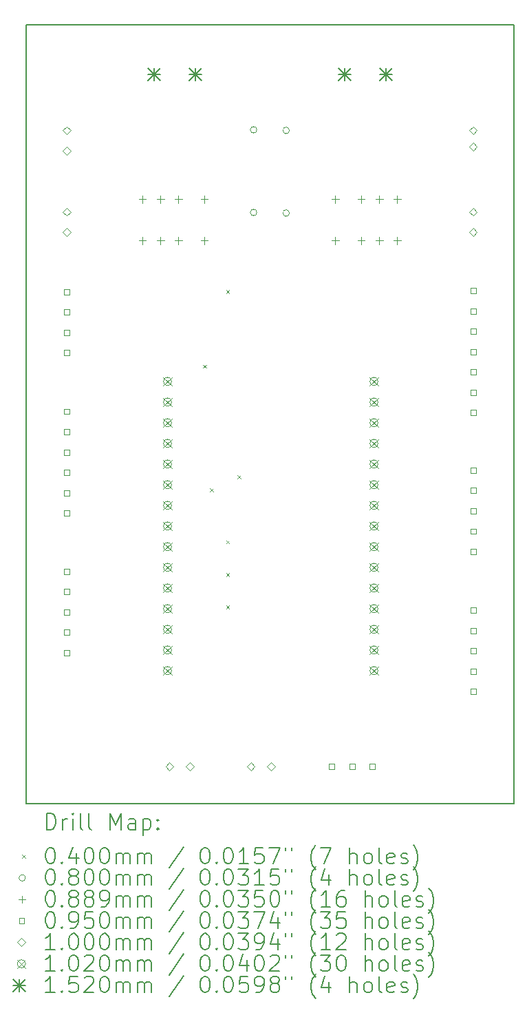
<source format=gbr>
%FSLAX45Y45*%
G04 Gerber Fmt 4.5, Leading zero omitted, Abs format (unit mm)*
G04 Created by KiCad (PCBNEW (6.0.4-0)) date 2022-08-24 21:14:19*
%MOMM*%
%LPD*%
G01*
G04 APERTURE LIST*
%TA.AperFunction,Profile*%
%ADD10C,0.150000*%
%TD*%
%ADD11C,0.200000*%
%ADD12C,0.040000*%
%ADD13C,0.080000*%
%ADD14C,0.088900*%
%ADD15C,0.095000*%
%ADD16C,0.100000*%
%ADD17C,0.102000*%
%ADD18C,0.152000*%
G04 APERTURE END LIST*
D10*
X12000000Y-5000000D02*
X18000000Y-5000000D01*
X12000000Y-14578000D02*
X12000000Y-5000000D01*
X18000000Y-14578000D02*
X12000000Y-14578000D01*
X18000000Y-5000000D02*
X18000000Y-14578000D01*
D11*
D12*
X14180000Y-9180000D02*
X14220000Y-9220000D01*
X14220000Y-9180000D02*
X14180000Y-9220000D01*
X14260000Y-10700000D02*
X14300000Y-10740000D01*
X14300000Y-10700000D02*
X14260000Y-10740000D01*
X14460000Y-8260000D02*
X14500000Y-8300000D01*
X14500000Y-8260000D02*
X14460000Y-8300000D01*
X14460000Y-11340000D02*
X14500000Y-11380000D01*
X14500000Y-11340000D02*
X14460000Y-11380000D01*
X14460000Y-11740000D02*
X14500000Y-11780000D01*
X14500000Y-11740000D02*
X14460000Y-11780000D01*
X14460000Y-12140000D02*
X14500000Y-12180000D01*
X14500000Y-12140000D02*
X14460000Y-12180000D01*
X14600000Y-10540000D02*
X14640000Y-10580000D01*
X14640000Y-10540000D02*
X14600000Y-10580000D01*
D13*
X14840000Y-6292000D02*
G75*
G03*
X14840000Y-6292000I-40000J0D01*
G01*
X14840000Y-7308000D02*
G75*
G03*
X14840000Y-7308000I-40000J0D01*
G01*
X15240000Y-6300000D02*
G75*
G03*
X15240000Y-6300000I-40000J0D01*
G01*
X15240000Y-7316000D02*
G75*
G03*
X15240000Y-7316000I-40000J0D01*
G01*
D14*
X13432970Y-7101550D02*
X13432970Y-7190450D01*
X13388520Y-7146000D02*
X13477420Y-7146000D01*
X13432970Y-7609550D02*
X13432970Y-7698450D01*
X13388520Y-7654000D02*
X13477420Y-7654000D01*
X13653950Y-7101550D02*
X13653950Y-7190450D01*
X13609500Y-7146000D02*
X13698400Y-7146000D01*
X13653950Y-7609550D02*
X13653950Y-7698450D01*
X13609500Y-7654000D02*
X13698400Y-7654000D01*
X13874930Y-7101550D02*
X13874930Y-7190450D01*
X13830480Y-7146000D02*
X13919380Y-7146000D01*
X13874930Y-7609550D02*
X13874930Y-7698450D01*
X13830480Y-7654000D02*
X13919380Y-7654000D01*
X14194970Y-7101550D02*
X14194970Y-7190450D01*
X14150520Y-7146000D02*
X14239420Y-7146000D01*
X14194970Y-7609550D02*
X14194970Y-7698450D01*
X14150520Y-7654000D02*
X14239420Y-7654000D01*
X15805030Y-7101550D02*
X15805030Y-7190450D01*
X15760580Y-7146000D02*
X15849480Y-7146000D01*
X15805030Y-7609550D02*
X15805030Y-7698450D01*
X15760580Y-7654000D02*
X15849480Y-7654000D01*
X16125070Y-7101550D02*
X16125070Y-7190450D01*
X16080620Y-7146000D02*
X16169520Y-7146000D01*
X16125070Y-7609550D02*
X16125070Y-7698450D01*
X16080620Y-7654000D02*
X16169520Y-7654000D01*
X16346050Y-7101550D02*
X16346050Y-7190450D01*
X16301600Y-7146000D02*
X16390500Y-7146000D01*
X16346050Y-7609550D02*
X16346050Y-7698450D01*
X16301600Y-7654000D02*
X16390500Y-7654000D01*
X16567030Y-7101550D02*
X16567030Y-7190450D01*
X16522580Y-7146000D02*
X16611480Y-7146000D01*
X16567030Y-7609550D02*
X16567030Y-7698450D01*
X16522580Y-7654000D02*
X16611480Y-7654000D01*
D15*
X12533588Y-8318588D02*
X12533588Y-8251412D01*
X12466412Y-8251412D01*
X12466412Y-8318588D01*
X12533588Y-8318588D01*
X12533588Y-8568588D02*
X12533588Y-8501412D01*
X12466412Y-8501412D01*
X12466412Y-8568588D01*
X12533588Y-8568588D01*
X12533588Y-8818588D02*
X12533588Y-8751412D01*
X12466412Y-8751412D01*
X12466412Y-8818588D01*
X12533588Y-8818588D01*
X12533588Y-9068588D02*
X12533588Y-9001412D01*
X12466412Y-9001412D01*
X12466412Y-9068588D01*
X12533588Y-9068588D01*
X12533588Y-9788588D02*
X12533588Y-9721412D01*
X12466412Y-9721412D01*
X12466412Y-9788588D01*
X12533588Y-9788588D01*
X12533588Y-10038588D02*
X12533588Y-9971412D01*
X12466412Y-9971412D01*
X12466412Y-10038588D01*
X12533588Y-10038588D01*
X12533588Y-10288588D02*
X12533588Y-10221412D01*
X12466412Y-10221412D01*
X12466412Y-10288588D01*
X12533588Y-10288588D01*
X12533588Y-10538588D02*
X12533588Y-10471412D01*
X12466412Y-10471412D01*
X12466412Y-10538588D01*
X12533588Y-10538588D01*
X12533588Y-10788588D02*
X12533588Y-10721412D01*
X12466412Y-10721412D01*
X12466412Y-10788588D01*
X12533588Y-10788588D01*
X12533588Y-11038588D02*
X12533588Y-10971412D01*
X12466412Y-10971412D01*
X12466412Y-11038588D01*
X12533588Y-11038588D01*
X12533588Y-11753588D02*
X12533588Y-11686412D01*
X12466412Y-11686412D01*
X12466412Y-11753588D01*
X12533588Y-11753588D01*
X12533588Y-12003588D02*
X12533588Y-11936412D01*
X12466412Y-11936412D01*
X12466412Y-12003588D01*
X12533588Y-12003588D01*
X12533588Y-12253588D02*
X12533588Y-12186412D01*
X12466412Y-12186412D01*
X12466412Y-12253588D01*
X12533588Y-12253588D01*
X12533588Y-12503588D02*
X12533588Y-12436412D01*
X12466412Y-12436412D01*
X12466412Y-12503588D01*
X12533588Y-12503588D01*
X12533588Y-12753588D02*
X12533588Y-12686412D01*
X12466412Y-12686412D01*
X12466412Y-12753588D01*
X12533588Y-12753588D01*
X15793588Y-14153588D02*
X15793588Y-14086412D01*
X15726412Y-14086412D01*
X15726412Y-14153588D01*
X15793588Y-14153588D01*
X16043588Y-14153588D02*
X16043588Y-14086412D01*
X15976412Y-14086412D01*
X15976412Y-14153588D01*
X16043588Y-14153588D01*
X16293588Y-14153588D02*
X16293588Y-14086412D01*
X16226412Y-14086412D01*
X16226412Y-14153588D01*
X16293588Y-14153588D01*
X17533588Y-8303588D02*
X17533588Y-8236412D01*
X17466412Y-8236412D01*
X17466412Y-8303588D01*
X17533588Y-8303588D01*
X17533588Y-8553588D02*
X17533588Y-8486412D01*
X17466412Y-8486412D01*
X17466412Y-8553588D01*
X17533588Y-8553588D01*
X17533588Y-8803588D02*
X17533588Y-8736412D01*
X17466412Y-8736412D01*
X17466412Y-8803588D01*
X17533588Y-8803588D01*
X17533588Y-9053588D02*
X17533588Y-8986412D01*
X17466412Y-8986412D01*
X17466412Y-9053588D01*
X17533588Y-9053588D01*
X17533588Y-9303588D02*
X17533588Y-9236412D01*
X17466412Y-9236412D01*
X17466412Y-9303588D01*
X17533588Y-9303588D01*
X17533588Y-9553588D02*
X17533588Y-9486412D01*
X17466412Y-9486412D01*
X17466412Y-9553588D01*
X17533588Y-9553588D01*
X17533588Y-9803588D02*
X17533588Y-9736412D01*
X17466412Y-9736412D01*
X17466412Y-9803588D01*
X17533588Y-9803588D01*
X17533588Y-10511588D02*
X17533588Y-10444412D01*
X17466412Y-10444412D01*
X17466412Y-10511588D01*
X17533588Y-10511588D01*
X17533588Y-10761588D02*
X17533588Y-10694412D01*
X17466412Y-10694412D01*
X17466412Y-10761588D01*
X17533588Y-10761588D01*
X17533588Y-11011588D02*
X17533588Y-10944412D01*
X17466412Y-10944412D01*
X17466412Y-11011588D01*
X17533588Y-11011588D01*
X17533588Y-11261588D02*
X17533588Y-11194412D01*
X17466412Y-11194412D01*
X17466412Y-11261588D01*
X17533588Y-11261588D01*
X17533588Y-11511588D02*
X17533588Y-11444412D01*
X17466412Y-11444412D01*
X17466412Y-11511588D01*
X17533588Y-11511588D01*
X17533588Y-12233588D02*
X17533588Y-12166412D01*
X17466412Y-12166412D01*
X17466412Y-12233588D01*
X17533588Y-12233588D01*
X17533588Y-12483588D02*
X17533588Y-12416412D01*
X17466412Y-12416412D01*
X17466412Y-12483588D01*
X17533588Y-12483588D01*
X17533588Y-12733588D02*
X17533588Y-12666412D01*
X17466412Y-12666412D01*
X17466412Y-12733588D01*
X17533588Y-12733588D01*
X17533588Y-12983588D02*
X17533588Y-12916412D01*
X17466412Y-12916412D01*
X17466412Y-12983588D01*
X17533588Y-12983588D01*
X17533588Y-13233588D02*
X17533588Y-13166412D01*
X17466412Y-13166412D01*
X17466412Y-13233588D01*
X17533588Y-13233588D01*
D16*
X12500000Y-6350000D02*
X12550000Y-6300000D01*
X12500000Y-6250000D01*
X12450000Y-6300000D01*
X12500000Y-6350000D01*
X12500000Y-6600000D02*
X12550000Y-6550000D01*
X12500000Y-6500000D01*
X12450000Y-6550000D01*
X12500000Y-6600000D01*
X12500000Y-7350000D02*
X12550000Y-7300000D01*
X12500000Y-7250000D01*
X12450000Y-7300000D01*
X12500000Y-7350000D01*
X12500000Y-7600000D02*
X12550000Y-7550000D01*
X12500000Y-7500000D01*
X12450000Y-7550000D01*
X12500000Y-7600000D01*
X13765000Y-14170000D02*
X13815000Y-14120000D01*
X13765000Y-14070000D01*
X13715000Y-14120000D01*
X13765000Y-14170000D01*
X14015000Y-14170000D02*
X14065000Y-14120000D01*
X14015000Y-14070000D01*
X13965000Y-14120000D01*
X14015000Y-14170000D01*
X14765000Y-14170000D02*
X14815000Y-14120000D01*
X14765000Y-14070000D01*
X14715000Y-14120000D01*
X14765000Y-14170000D01*
X15015000Y-14170000D02*
X15065000Y-14120000D01*
X15015000Y-14070000D01*
X14965000Y-14120000D01*
X15015000Y-14170000D01*
X17500000Y-6350000D02*
X17550000Y-6300000D01*
X17500000Y-6250000D01*
X17450000Y-6300000D01*
X17500000Y-6350000D01*
X17500000Y-6550000D02*
X17550000Y-6500000D01*
X17500000Y-6450000D01*
X17450000Y-6500000D01*
X17500000Y-6550000D01*
X17500000Y-7350000D02*
X17550000Y-7300000D01*
X17500000Y-7250000D01*
X17450000Y-7300000D01*
X17500000Y-7350000D01*
X17500000Y-7600000D02*
X17550000Y-7550000D01*
X17500000Y-7500000D01*
X17450000Y-7550000D01*
X17500000Y-7600000D01*
D17*
X13689000Y-9334750D02*
X13791000Y-9436750D01*
X13791000Y-9334750D02*
X13689000Y-9436750D01*
X13791000Y-9385750D02*
G75*
G03*
X13791000Y-9385750I-51000J0D01*
G01*
X13689000Y-9588750D02*
X13791000Y-9690750D01*
X13791000Y-9588750D02*
X13689000Y-9690750D01*
X13791000Y-9639750D02*
G75*
G03*
X13791000Y-9639750I-51000J0D01*
G01*
X13689000Y-9842750D02*
X13791000Y-9944750D01*
X13791000Y-9842750D02*
X13689000Y-9944750D01*
X13791000Y-9893750D02*
G75*
G03*
X13791000Y-9893750I-51000J0D01*
G01*
X13689000Y-10096750D02*
X13791000Y-10198750D01*
X13791000Y-10096750D02*
X13689000Y-10198750D01*
X13791000Y-10147750D02*
G75*
G03*
X13791000Y-10147750I-51000J0D01*
G01*
X13689000Y-10350750D02*
X13791000Y-10452750D01*
X13791000Y-10350750D02*
X13689000Y-10452750D01*
X13791000Y-10401750D02*
G75*
G03*
X13791000Y-10401750I-51000J0D01*
G01*
X13689000Y-10604750D02*
X13791000Y-10706750D01*
X13791000Y-10604750D02*
X13689000Y-10706750D01*
X13791000Y-10655750D02*
G75*
G03*
X13791000Y-10655750I-51000J0D01*
G01*
X13689000Y-10858750D02*
X13791000Y-10960750D01*
X13791000Y-10858750D02*
X13689000Y-10960750D01*
X13791000Y-10909750D02*
G75*
G03*
X13791000Y-10909750I-51000J0D01*
G01*
X13689000Y-11112750D02*
X13791000Y-11214750D01*
X13791000Y-11112750D02*
X13689000Y-11214750D01*
X13791000Y-11163750D02*
G75*
G03*
X13791000Y-11163750I-51000J0D01*
G01*
X13689000Y-11366750D02*
X13791000Y-11468750D01*
X13791000Y-11366750D02*
X13689000Y-11468750D01*
X13791000Y-11417750D02*
G75*
G03*
X13791000Y-11417750I-51000J0D01*
G01*
X13689000Y-11620750D02*
X13791000Y-11722750D01*
X13791000Y-11620750D02*
X13689000Y-11722750D01*
X13791000Y-11671750D02*
G75*
G03*
X13791000Y-11671750I-51000J0D01*
G01*
X13689000Y-11874750D02*
X13791000Y-11976750D01*
X13791000Y-11874750D02*
X13689000Y-11976750D01*
X13791000Y-11925750D02*
G75*
G03*
X13791000Y-11925750I-51000J0D01*
G01*
X13689000Y-12128750D02*
X13791000Y-12230750D01*
X13791000Y-12128750D02*
X13689000Y-12230750D01*
X13791000Y-12179750D02*
G75*
G03*
X13791000Y-12179750I-51000J0D01*
G01*
X13689000Y-12382750D02*
X13791000Y-12484750D01*
X13791000Y-12382750D02*
X13689000Y-12484750D01*
X13791000Y-12433750D02*
G75*
G03*
X13791000Y-12433750I-51000J0D01*
G01*
X13689000Y-12636750D02*
X13791000Y-12738750D01*
X13791000Y-12636750D02*
X13689000Y-12738750D01*
X13791000Y-12687750D02*
G75*
G03*
X13791000Y-12687750I-51000J0D01*
G01*
X13689000Y-12890750D02*
X13791000Y-12992750D01*
X13791000Y-12890750D02*
X13689000Y-12992750D01*
X13791000Y-12941750D02*
G75*
G03*
X13791000Y-12941750I-51000J0D01*
G01*
X16229000Y-9334750D02*
X16331000Y-9436750D01*
X16331000Y-9334750D02*
X16229000Y-9436750D01*
X16331000Y-9385750D02*
G75*
G03*
X16331000Y-9385750I-51000J0D01*
G01*
X16229000Y-9588750D02*
X16331000Y-9690750D01*
X16331000Y-9588750D02*
X16229000Y-9690750D01*
X16331000Y-9639750D02*
G75*
G03*
X16331000Y-9639750I-51000J0D01*
G01*
X16229000Y-9842750D02*
X16331000Y-9944750D01*
X16331000Y-9842750D02*
X16229000Y-9944750D01*
X16331000Y-9893750D02*
G75*
G03*
X16331000Y-9893750I-51000J0D01*
G01*
X16229000Y-10096750D02*
X16331000Y-10198750D01*
X16331000Y-10096750D02*
X16229000Y-10198750D01*
X16331000Y-10147750D02*
G75*
G03*
X16331000Y-10147750I-51000J0D01*
G01*
X16229000Y-10350750D02*
X16331000Y-10452750D01*
X16331000Y-10350750D02*
X16229000Y-10452750D01*
X16331000Y-10401750D02*
G75*
G03*
X16331000Y-10401750I-51000J0D01*
G01*
X16229000Y-10604750D02*
X16331000Y-10706750D01*
X16331000Y-10604750D02*
X16229000Y-10706750D01*
X16331000Y-10655750D02*
G75*
G03*
X16331000Y-10655750I-51000J0D01*
G01*
X16229000Y-10858750D02*
X16331000Y-10960750D01*
X16331000Y-10858750D02*
X16229000Y-10960750D01*
X16331000Y-10909750D02*
G75*
G03*
X16331000Y-10909750I-51000J0D01*
G01*
X16229000Y-11112750D02*
X16331000Y-11214750D01*
X16331000Y-11112750D02*
X16229000Y-11214750D01*
X16331000Y-11163750D02*
G75*
G03*
X16331000Y-11163750I-51000J0D01*
G01*
X16229000Y-11366750D02*
X16331000Y-11468750D01*
X16331000Y-11366750D02*
X16229000Y-11468750D01*
X16331000Y-11417750D02*
G75*
G03*
X16331000Y-11417750I-51000J0D01*
G01*
X16229000Y-11620750D02*
X16331000Y-11722750D01*
X16331000Y-11620750D02*
X16229000Y-11722750D01*
X16331000Y-11671750D02*
G75*
G03*
X16331000Y-11671750I-51000J0D01*
G01*
X16229000Y-11874750D02*
X16331000Y-11976750D01*
X16331000Y-11874750D02*
X16229000Y-11976750D01*
X16331000Y-11925750D02*
G75*
G03*
X16331000Y-11925750I-51000J0D01*
G01*
X16229000Y-12128750D02*
X16331000Y-12230750D01*
X16331000Y-12128750D02*
X16229000Y-12230750D01*
X16331000Y-12179750D02*
G75*
G03*
X16331000Y-12179750I-51000J0D01*
G01*
X16229000Y-12382750D02*
X16331000Y-12484750D01*
X16331000Y-12382750D02*
X16229000Y-12484750D01*
X16331000Y-12433750D02*
G75*
G03*
X16331000Y-12433750I-51000J0D01*
G01*
X16229000Y-12636750D02*
X16331000Y-12738750D01*
X16331000Y-12636750D02*
X16229000Y-12738750D01*
X16331000Y-12687750D02*
G75*
G03*
X16331000Y-12687750I-51000J0D01*
G01*
X16229000Y-12890750D02*
X16331000Y-12992750D01*
X16331000Y-12890750D02*
X16229000Y-12992750D01*
X16331000Y-12941750D02*
G75*
G03*
X16331000Y-12941750I-51000J0D01*
G01*
D18*
X13496667Y-5536000D02*
X13648667Y-5688000D01*
X13648667Y-5536000D02*
X13496667Y-5688000D01*
X13572667Y-5536000D02*
X13572667Y-5688000D01*
X13496667Y-5612000D02*
X13648667Y-5612000D01*
X14004667Y-5536000D02*
X14156667Y-5688000D01*
X14156667Y-5536000D02*
X14004667Y-5688000D01*
X14080667Y-5536000D02*
X14080667Y-5688000D01*
X14004667Y-5612000D02*
X14156667Y-5612000D01*
X15843333Y-5536000D02*
X15995333Y-5688000D01*
X15995333Y-5536000D02*
X15843333Y-5688000D01*
X15919333Y-5536000D02*
X15919333Y-5688000D01*
X15843333Y-5612000D02*
X15995333Y-5612000D01*
X16351333Y-5536000D02*
X16503333Y-5688000D01*
X16503333Y-5536000D02*
X16351333Y-5688000D01*
X16427333Y-5536000D02*
X16427333Y-5688000D01*
X16351333Y-5612000D02*
X16503333Y-5612000D01*
D11*
X12250119Y-14895976D02*
X12250119Y-14695976D01*
X12297738Y-14695976D01*
X12326309Y-14705500D01*
X12345357Y-14724548D01*
X12354881Y-14743595D01*
X12364405Y-14781690D01*
X12364405Y-14810262D01*
X12354881Y-14848357D01*
X12345357Y-14867405D01*
X12326309Y-14886452D01*
X12297738Y-14895976D01*
X12250119Y-14895976D01*
X12450119Y-14895976D02*
X12450119Y-14762643D01*
X12450119Y-14800738D02*
X12459643Y-14781690D01*
X12469167Y-14772167D01*
X12488214Y-14762643D01*
X12507262Y-14762643D01*
X12573928Y-14895976D02*
X12573928Y-14762643D01*
X12573928Y-14695976D02*
X12564405Y-14705500D01*
X12573928Y-14715024D01*
X12583452Y-14705500D01*
X12573928Y-14695976D01*
X12573928Y-14715024D01*
X12697738Y-14895976D02*
X12678690Y-14886452D01*
X12669167Y-14867405D01*
X12669167Y-14695976D01*
X12802500Y-14895976D02*
X12783452Y-14886452D01*
X12773928Y-14867405D01*
X12773928Y-14695976D01*
X13031071Y-14895976D02*
X13031071Y-14695976D01*
X13097738Y-14838833D01*
X13164405Y-14695976D01*
X13164405Y-14895976D01*
X13345357Y-14895976D02*
X13345357Y-14791214D01*
X13335833Y-14772167D01*
X13316786Y-14762643D01*
X13278690Y-14762643D01*
X13259643Y-14772167D01*
X13345357Y-14886452D02*
X13326309Y-14895976D01*
X13278690Y-14895976D01*
X13259643Y-14886452D01*
X13250119Y-14867405D01*
X13250119Y-14848357D01*
X13259643Y-14829309D01*
X13278690Y-14819786D01*
X13326309Y-14819786D01*
X13345357Y-14810262D01*
X13440595Y-14762643D02*
X13440595Y-14962643D01*
X13440595Y-14772167D02*
X13459643Y-14762643D01*
X13497738Y-14762643D01*
X13516786Y-14772167D01*
X13526309Y-14781690D01*
X13535833Y-14800738D01*
X13535833Y-14857881D01*
X13526309Y-14876928D01*
X13516786Y-14886452D01*
X13497738Y-14895976D01*
X13459643Y-14895976D01*
X13440595Y-14886452D01*
X13621548Y-14876928D02*
X13631071Y-14886452D01*
X13621548Y-14895976D01*
X13612024Y-14886452D01*
X13621548Y-14876928D01*
X13621548Y-14895976D01*
X13621548Y-14772167D02*
X13631071Y-14781690D01*
X13621548Y-14791214D01*
X13612024Y-14781690D01*
X13621548Y-14772167D01*
X13621548Y-14791214D01*
D12*
X11952500Y-15205500D02*
X11992500Y-15245500D01*
X11992500Y-15205500D02*
X11952500Y-15245500D01*
D11*
X12288214Y-15115976D02*
X12307262Y-15115976D01*
X12326309Y-15125500D01*
X12335833Y-15135024D01*
X12345357Y-15154071D01*
X12354881Y-15192167D01*
X12354881Y-15239786D01*
X12345357Y-15277881D01*
X12335833Y-15296928D01*
X12326309Y-15306452D01*
X12307262Y-15315976D01*
X12288214Y-15315976D01*
X12269167Y-15306452D01*
X12259643Y-15296928D01*
X12250119Y-15277881D01*
X12240595Y-15239786D01*
X12240595Y-15192167D01*
X12250119Y-15154071D01*
X12259643Y-15135024D01*
X12269167Y-15125500D01*
X12288214Y-15115976D01*
X12440595Y-15296928D02*
X12450119Y-15306452D01*
X12440595Y-15315976D01*
X12431071Y-15306452D01*
X12440595Y-15296928D01*
X12440595Y-15315976D01*
X12621548Y-15182643D02*
X12621548Y-15315976D01*
X12573928Y-15106452D02*
X12526309Y-15249309D01*
X12650119Y-15249309D01*
X12764405Y-15115976D02*
X12783452Y-15115976D01*
X12802500Y-15125500D01*
X12812024Y-15135024D01*
X12821548Y-15154071D01*
X12831071Y-15192167D01*
X12831071Y-15239786D01*
X12821548Y-15277881D01*
X12812024Y-15296928D01*
X12802500Y-15306452D01*
X12783452Y-15315976D01*
X12764405Y-15315976D01*
X12745357Y-15306452D01*
X12735833Y-15296928D01*
X12726309Y-15277881D01*
X12716786Y-15239786D01*
X12716786Y-15192167D01*
X12726309Y-15154071D01*
X12735833Y-15135024D01*
X12745357Y-15125500D01*
X12764405Y-15115976D01*
X12954881Y-15115976D02*
X12973928Y-15115976D01*
X12992976Y-15125500D01*
X13002500Y-15135024D01*
X13012024Y-15154071D01*
X13021548Y-15192167D01*
X13021548Y-15239786D01*
X13012024Y-15277881D01*
X13002500Y-15296928D01*
X12992976Y-15306452D01*
X12973928Y-15315976D01*
X12954881Y-15315976D01*
X12935833Y-15306452D01*
X12926309Y-15296928D01*
X12916786Y-15277881D01*
X12907262Y-15239786D01*
X12907262Y-15192167D01*
X12916786Y-15154071D01*
X12926309Y-15135024D01*
X12935833Y-15125500D01*
X12954881Y-15115976D01*
X13107262Y-15315976D02*
X13107262Y-15182643D01*
X13107262Y-15201690D02*
X13116786Y-15192167D01*
X13135833Y-15182643D01*
X13164405Y-15182643D01*
X13183452Y-15192167D01*
X13192976Y-15211214D01*
X13192976Y-15315976D01*
X13192976Y-15211214D02*
X13202500Y-15192167D01*
X13221548Y-15182643D01*
X13250119Y-15182643D01*
X13269167Y-15192167D01*
X13278690Y-15211214D01*
X13278690Y-15315976D01*
X13373928Y-15315976D02*
X13373928Y-15182643D01*
X13373928Y-15201690D02*
X13383452Y-15192167D01*
X13402500Y-15182643D01*
X13431071Y-15182643D01*
X13450119Y-15192167D01*
X13459643Y-15211214D01*
X13459643Y-15315976D01*
X13459643Y-15211214D02*
X13469167Y-15192167D01*
X13488214Y-15182643D01*
X13516786Y-15182643D01*
X13535833Y-15192167D01*
X13545357Y-15211214D01*
X13545357Y-15315976D01*
X13935833Y-15106452D02*
X13764405Y-15363595D01*
X14192976Y-15115976D02*
X14212024Y-15115976D01*
X14231071Y-15125500D01*
X14240595Y-15135024D01*
X14250119Y-15154071D01*
X14259643Y-15192167D01*
X14259643Y-15239786D01*
X14250119Y-15277881D01*
X14240595Y-15296928D01*
X14231071Y-15306452D01*
X14212024Y-15315976D01*
X14192976Y-15315976D01*
X14173928Y-15306452D01*
X14164405Y-15296928D01*
X14154881Y-15277881D01*
X14145357Y-15239786D01*
X14145357Y-15192167D01*
X14154881Y-15154071D01*
X14164405Y-15135024D01*
X14173928Y-15125500D01*
X14192976Y-15115976D01*
X14345357Y-15296928D02*
X14354881Y-15306452D01*
X14345357Y-15315976D01*
X14335833Y-15306452D01*
X14345357Y-15296928D01*
X14345357Y-15315976D01*
X14478690Y-15115976D02*
X14497738Y-15115976D01*
X14516786Y-15125500D01*
X14526309Y-15135024D01*
X14535833Y-15154071D01*
X14545357Y-15192167D01*
X14545357Y-15239786D01*
X14535833Y-15277881D01*
X14526309Y-15296928D01*
X14516786Y-15306452D01*
X14497738Y-15315976D01*
X14478690Y-15315976D01*
X14459643Y-15306452D01*
X14450119Y-15296928D01*
X14440595Y-15277881D01*
X14431071Y-15239786D01*
X14431071Y-15192167D01*
X14440595Y-15154071D01*
X14450119Y-15135024D01*
X14459643Y-15125500D01*
X14478690Y-15115976D01*
X14735833Y-15315976D02*
X14621548Y-15315976D01*
X14678690Y-15315976D02*
X14678690Y-15115976D01*
X14659643Y-15144548D01*
X14640595Y-15163595D01*
X14621548Y-15173119D01*
X14916786Y-15115976D02*
X14821548Y-15115976D01*
X14812024Y-15211214D01*
X14821548Y-15201690D01*
X14840595Y-15192167D01*
X14888214Y-15192167D01*
X14907262Y-15201690D01*
X14916786Y-15211214D01*
X14926309Y-15230262D01*
X14926309Y-15277881D01*
X14916786Y-15296928D01*
X14907262Y-15306452D01*
X14888214Y-15315976D01*
X14840595Y-15315976D01*
X14821548Y-15306452D01*
X14812024Y-15296928D01*
X14992976Y-15115976D02*
X15126309Y-15115976D01*
X15040595Y-15315976D01*
X15192976Y-15115976D02*
X15192976Y-15154071D01*
X15269167Y-15115976D02*
X15269167Y-15154071D01*
X15564405Y-15392167D02*
X15554881Y-15382643D01*
X15535833Y-15354071D01*
X15526309Y-15335024D01*
X15516786Y-15306452D01*
X15507262Y-15258833D01*
X15507262Y-15220738D01*
X15516786Y-15173119D01*
X15526309Y-15144548D01*
X15535833Y-15125500D01*
X15554881Y-15096928D01*
X15564405Y-15087405D01*
X15621548Y-15115976D02*
X15754881Y-15115976D01*
X15669167Y-15315976D01*
X15983452Y-15315976D02*
X15983452Y-15115976D01*
X16069167Y-15315976D02*
X16069167Y-15211214D01*
X16059643Y-15192167D01*
X16040595Y-15182643D01*
X16012024Y-15182643D01*
X15992976Y-15192167D01*
X15983452Y-15201690D01*
X16192976Y-15315976D02*
X16173928Y-15306452D01*
X16164405Y-15296928D01*
X16154881Y-15277881D01*
X16154881Y-15220738D01*
X16164405Y-15201690D01*
X16173928Y-15192167D01*
X16192976Y-15182643D01*
X16221548Y-15182643D01*
X16240595Y-15192167D01*
X16250119Y-15201690D01*
X16259643Y-15220738D01*
X16259643Y-15277881D01*
X16250119Y-15296928D01*
X16240595Y-15306452D01*
X16221548Y-15315976D01*
X16192976Y-15315976D01*
X16373928Y-15315976D02*
X16354881Y-15306452D01*
X16345357Y-15287405D01*
X16345357Y-15115976D01*
X16526309Y-15306452D02*
X16507262Y-15315976D01*
X16469167Y-15315976D01*
X16450119Y-15306452D01*
X16440595Y-15287405D01*
X16440595Y-15211214D01*
X16450119Y-15192167D01*
X16469167Y-15182643D01*
X16507262Y-15182643D01*
X16526309Y-15192167D01*
X16535833Y-15211214D01*
X16535833Y-15230262D01*
X16440595Y-15249309D01*
X16612024Y-15306452D02*
X16631071Y-15315976D01*
X16669167Y-15315976D01*
X16688214Y-15306452D01*
X16697738Y-15287405D01*
X16697738Y-15277881D01*
X16688214Y-15258833D01*
X16669167Y-15249309D01*
X16640595Y-15249309D01*
X16621548Y-15239786D01*
X16612024Y-15220738D01*
X16612024Y-15211214D01*
X16621548Y-15192167D01*
X16640595Y-15182643D01*
X16669167Y-15182643D01*
X16688214Y-15192167D01*
X16764405Y-15392167D02*
X16773928Y-15382643D01*
X16792976Y-15354071D01*
X16802500Y-15335024D01*
X16812024Y-15306452D01*
X16821548Y-15258833D01*
X16821548Y-15220738D01*
X16812024Y-15173119D01*
X16802500Y-15144548D01*
X16792976Y-15125500D01*
X16773928Y-15096928D01*
X16764405Y-15087405D01*
D13*
X11992500Y-15489500D02*
G75*
G03*
X11992500Y-15489500I-40000J0D01*
G01*
D11*
X12288214Y-15379976D02*
X12307262Y-15379976D01*
X12326309Y-15389500D01*
X12335833Y-15399024D01*
X12345357Y-15418071D01*
X12354881Y-15456167D01*
X12354881Y-15503786D01*
X12345357Y-15541881D01*
X12335833Y-15560928D01*
X12326309Y-15570452D01*
X12307262Y-15579976D01*
X12288214Y-15579976D01*
X12269167Y-15570452D01*
X12259643Y-15560928D01*
X12250119Y-15541881D01*
X12240595Y-15503786D01*
X12240595Y-15456167D01*
X12250119Y-15418071D01*
X12259643Y-15399024D01*
X12269167Y-15389500D01*
X12288214Y-15379976D01*
X12440595Y-15560928D02*
X12450119Y-15570452D01*
X12440595Y-15579976D01*
X12431071Y-15570452D01*
X12440595Y-15560928D01*
X12440595Y-15579976D01*
X12564405Y-15465690D02*
X12545357Y-15456167D01*
X12535833Y-15446643D01*
X12526309Y-15427595D01*
X12526309Y-15418071D01*
X12535833Y-15399024D01*
X12545357Y-15389500D01*
X12564405Y-15379976D01*
X12602500Y-15379976D01*
X12621548Y-15389500D01*
X12631071Y-15399024D01*
X12640595Y-15418071D01*
X12640595Y-15427595D01*
X12631071Y-15446643D01*
X12621548Y-15456167D01*
X12602500Y-15465690D01*
X12564405Y-15465690D01*
X12545357Y-15475214D01*
X12535833Y-15484738D01*
X12526309Y-15503786D01*
X12526309Y-15541881D01*
X12535833Y-15560928D01*
X12545357Y-15570452D01*
X12564405Y-15579976D01*
X12602500Y-15579976D01*
X12621548Y-15570452D01*
X12631071Y-15560928D01*
X12640595Y-15541881D01*
X12640595Y-15503786D01*
X12631071Y-15484738D01*
X12621548Y-15475214D01*
X12602500Y-15465690D01*
X12764405Y-15379976D02*
X12783452Y-15379976D01*
X12802500Y-15389500D01*
X12812024Y-15399024D01*
X12821548Y-15418071D01*
X12831071Y-15456167D01*
X12831071Y-15503786D01*
X12821548Y-15541881D01*
X12812024Y-15560928D01*
X12802500Y-15570452D01*
X12783452Y-15579976D01*
X12764405Y-15579976D01*
X12745357Y-15570452D01*
X12735833Y-15560928D01*
X12726309Y-15541881D01*
X12716786Y-15503786D01*
X12716786Y-15456167D01*
X12726309Y-15418071D01*
X12735833Y-15399024D01*
X12745357Y-15389500D01*
X12764405Y-15379976D01*
X12954881Y-15379976D02*
X12973928Y-15379976D01*
X12992976Y-15389500D01*
X13002500Y-15399024D01*
X13012024Y-15418071D01*
X13021548Y-15456167D01*
X13021548Y-15503786D01*
X13012024Y-15541881D01*
X13002500Y-15560928D01*
X12992976Y-15570452D01*
X12973928Y-15579976D01*
X12954881Y-15579976D01*
X12935833Y-15570452D01*
X12926309Y-15560928D01*
X12916786Y-15541881D01*
X12907262Y-15503786D01*
X12907262Y-15456167D01*
X12916786Y-15418071D01*
X12926309Y-15399024D01*
X12935833Y-15389500D01*
X12954881Y-15379976D01*
X13107262Y-15579976D02*
X13107262Y-15446643D01*
X13107262Y-15465690D02*
X13116786Y-15456167D01*
X13135833Y-15446643D01*
X13164405Y-15446643D01*
X13183452Y-15456167D01*
X13192976Y-15475214D01*
X13192976Y-15579976D01*
X13192976Y-15475214D02*
X13202500Y-15456167D01*
X13221548Y-15446643D01*
X13250119Y-15446643D01*
X13269167Y-15456167D01*
X13278690Y-15475214D01*
X13278690Y-15579976D01*
X13373928Y-15579976D02*
X13373928Y-15446643D01*
X13373928Y-15465690D02*
X13383452Y-15456167D01*
X13402500Y-15446643D01*
X13431071Y-15446643D01*
X13450119Y-15456167D01*
X13459643Y-15475214D01*
X13459643Y-15579976D01*
X13459643Y-15475214D02*
X13469167Y-15456167D01*
X13488214Y-15446643D01*
X13516786Y-15446643D01*
X13535833Y-15456167D01*
X13545357Y-15475214D01*
X13545357Y-15579976D01*
X13935833Y-15370452D02*
X13764405Y-15627595D01*
X14192976Y-15379976D02*
X14212024Y-15379976D01*
X14231071Y-15389500D01*
X14240595Y-15399024D01*
X14250119Y-15418071D01*
X14259643Y-15456167D01*
X14259643Y-15503786D01*
X14250119Y-15541881D01*
X14240595Y-15560928D01*
X14231071Y-15570452D01*
X14212024Y-15579976D01*
X14192976Y-15579976D01*
X14173928Y-15570452D01*
X14164405Y-15560928D01*
X14154881Y-15541881D01*
X14145357Y-15503786D01*
X14145357Y-15456167D01*
X14154881Y-15418071D01*
X14164405Y-15399024D01*
X14173928Y-15389500D01*
X14192976Y-15379976D01*
X14345357Y-15560928D02*
X14354881Y-15570452D01*
X14345357Y-15579976D01*
X14335833Y-15570452D01*
X14345357Y-15560928D01*
X14345357Y-15579976D01*
X14478690Y-15379976D02*
X14497738Y-15379976D01*
X14516786Y-15389500D01*
X14526309Y-15399024D01*
X14535833Y-15418071D01*
X14545357Y-15456167D01*
X14545357Y-15503786D01*
X14535833Y-15541881D01*
X14526309Y-15560928D01*
X14516786Y-15570452D01*
X14497738Y-15579976D01*
X14478690Y-15579976D01*
X14459643Y-15570452D01*
X14450119Y-15560928D01*
X14440595Y-15541881D01*
X14431071Y-15503786D01*
X14431071Y-15456167D01*
X14440595Y-15418071D01*
X14450119Y-15399024D01*
X14459643Y-15389500D01*
X14478690Y-15379976D01*
X14612024Y-15379976D02*
X14735833Y-15379976D01*
X14669167Y-15456167D01*
X14697738Y-15456167D01*
X14716786Y-15465690D01*
X14726309Y-15475214D01*
X14735833Y-15494262D01*
X14735833Y-15541881D01*
X14726309Y-15560928D01*
X14716786Y-15570452D01*
X14697738Y-15579976D01*
X14640595Y-15579976D01*
X14621548Y-15570452D01*
X14612024Y-15560928D01*
X14926309Y-15579976D02*
X14812024Y-15579976D01*
X14869167Y-15579976D02*
X14869167Y-15379976D01*
X14850119Y-15408548D01*
X14831071Y-15427595D01*
X14812024Y-15437119D01*
X15107262Y-15379976D02*
X15012024Y-15379976D01*
X15002500Y-15475214D01*
X15012024Y-15465690D01*
X15031071Y-15456167D01*
X15078690Y-15456167D01*
X15097738Y-15465690D01*
X15107262Y-15475214D01*
X15116786Y-15494262D01*
X15116786Y-15541881D01*
X15107262Y-15560928D01*
X15097738Y-15570452D01*
X15078690Y-15579976D01*
X15031071Y-15579976D01*
X15012024Y-15570452D01*
X15002500Y-15560928D01*
X15192976Y-15379976D02*
X15192976Y-15418071D01*
X15269167Y-15379976D02*
X15269167Y-15418071D01*
X15564405Y-15656167D02*
X15554881Y-15646643D01*
X15535833Y-15618071D01*
X15526309Y-15599024D01*
X15516786Y-15570452D01*
X15507262Y-15522833D01*
X15507262Y-15484738D01*
X15516786Y-15437119D01*
X15526309Y-15408548D01*
X15535833Y-15389500D01*
X15554881Y-15360928D01*
X15564405Y-15351405D01*
X15726309Y-15446643D02*
X15726309Y-15579976D01*
X15678690Y-15370452D02*
X15631071Y-15513309D01*
X15754881Y-15513309D01*
X15983452Y-15579976D02*
X15983452Y-15379976D01*
X16069167Y-15579976D02*
X16069167Y-15475214D01*
X16059643Y-15456167D01*
X16040595Y-15446643D01*
X16012024Y-15446643D01*
X15992976Y-15456167D01*
X15983452Y-15465690D01*
X16192976Y-15579976D02*
X16173928Y-15570452D01*
X16164405Y-15560928D01*
X16154881Y-15541881D01*
X16154881Y-15484738D01*
X16164405Y-15465690D01*
X16173928Y-15456167D01*
X16192976Y-15446643D01*
X16221548Y-15446643D01*
X16240595Y-15456167D01*
X16250119Y-15465690D01*
X16259643Y-15484738D01*
X16259643Y-15541881D01*
X16250119Y-15560928D01*
X16240595Y-15570452D01*
X16221548Y-15579976D01*
X16192976Y-15579976D01*
X16373928Y-15579976D02*
X16354881Y-15570452D01*
X16345357Y-15551405D01*
X16345357Y-15379976D01*
X16526309Y-15570452D02*
X16507262Y-15579976D01*
X16469167Y-15579976D01*
X16450119Y-15570452D01*
X16440595Y-15551405D01*
X16440595Y-15475214D01*
X16450119Y-15456167D01*
X16469167Y-15446643D01*
X16507262Y-15446643D01*
X16526309Y-15456167D01*
X16535833Y-15475214D01*
X16535833Y-15494262D01*
X16440595Y-15513309D01*
X16612024Y-15570452D02*
X16631071Y-15579976D01*
X16669167Y-15579976D01*
X16688214Y-15570452D01*
X16697738Y-15551405D01*
X16697738Y-15541881D01*
X16688214Y-15522833D01*
X16669167Y-15513309D01*
X16640595Y-15513309D01*
X16621548Y-15503786D01*
X16612024Y-15484738D01*
X16612024Y-15475214D01*
X16621548Y-15456167D01*
X16640595Y-15446643D01*
X16669167Y-15446643D01*
X16688214Y-15456167D01*
X16764405Y-15656167D02*
X16773928Y-15646643D01*
X16792976Y-15618071D01*
X16802500Y-15599024D01*
X16812024Y-15570452D01*
X16821548Y-15522833D01*
X16821548Y-15484738D01*
X16812024Y-15437119D01*
X16802500Y-15408548D01*
X16792976Y-15389500D01*
X16773928Y-15360928D01*
X16764405Y-15351405D01*
D14*
X11948050Y-15709050D02*
X11948050Y-15797950D01*
X11903600Y-15753500D02*
X11992500Y-15753500D01*
D11*
X12288214Y-15643976D02*
X12307262Y-15643976D01*
X12326309Y-15653500D01*
X12335833Y-15663024D01*
X12345357Y-15682071D01*
X12354881Y-15720167D01*
X12354881Y-15767786D01*
X12345357Y-15805881D01*
X12335833Y-15824928D01*
X12326309Y-15834452D01*
X12307262Y-15843976D01*
X12288214Y-15843976D01*
X12269167Y-15834452D01*
X12259643Y-15824928D01*
X12250119Y-15805881D01*
X12240595Y-15767786D01*
X12240595Y-15720167D01*
X12250119Y-15682071D01*
X12259643Y-15663024D01*
X12269167Y-15653500D01*
X12288214Y-15643976D01*
X12440595Y-15824928D02*
X12450119Y-15834452D01*
X12440595Y-15843976D01*
X12431071Y-15834452D01*
X12440595Y-15824928D01*
X12440595Y-15843976D01*
X12564405Y-15729690D02*
X12545357Y-15720167D01*
X12535833Y-15710643D01*
X12526309Y-15691595D01*
X12526309Y-15682071D01*
X12535833Y-15663024D01*
X12545357Y-15653500D01*
X12564405Y-15643976D01*
X12602500Y-15643976D01*
X12621548Y-15653500D01*
X12631071Y-15663024D01*
X12640595Y-15682071D01*
X12640595Y-15691595D01*
X12631071Y-15710643D01*
X12621548Y-15720167D01*
X12602500Y-15729690D01*
X12564405Y-15729690D01*
X12545357Y-15739214D01*
X12535833Y-15748738D01*
X12526309Y-15767786D01*
X12526309Y-15805881D01*
X12535833Y-15824928D01*
X12545357Y-15834452D01*
X12564405Y-15843976D01*
X12602500Y-15843976D01*
X12621548Y-15834452D01*
X12631071Y-15824928D01*
X12640595Y-15805881D01*
X12640595Y-15767786D01*
X12631071Y-15748738D01*
X12621548Y-15739214D01*
X12602500Y-15729690D01*
X12754881Y-15729690D02*
X12735833Y-15720167D01*
X12726309Y-15710643D01*
X12716786Y-15691595D01*
X12716786Y-15682071D01*
X12726309Y-15663024D01*
X12735833Y-15653500D01*
X12754881Y-15643976D01*
X12792976Y-15643976D01*
X12812024Y-15653500D01*
X12821548Y-15663024D01*
X12831071Y-15682071D01*
X12831071Y-15691595D01*
X12821548Y-15710643D01*
X12812024Y-15720167D01*
X12792976Y-15729690D01*
X12754881Y-15729690D01*
X12735833Y-15739214D01*
X12726309Y-15748738D01*
X12716786Y-15767786D01*
X12716786Y-15805881D01*
X12726309Y-15824928D01*
X12735833Y-15834452D01*
X12754881Y-15843976D01*
X12792976Y-15843976D01*
X12812024Y-15834452D01*
X12821548Y-15824928D01*
X12831071Y-15805881D01*
X12831071Y-15767786D01*
X12821548Y-15748738D01*
X12812024Y-15739214D01*
X12792976Y-15729690D01*
X12926309Y-15843976D02*
X12964405Y-15843976D01*
X12983452Y-15834452D01*
X12992976Y-15824928D01*
X13012024Y-15796357D01*
X13021548Y-15758262D01*
X13021548Y-15682071D01*
X13012024Y-15663024D01*
X13002500Y-15653500D01*
X12983452Y-15643976D01*
X12945357Y-15643976D01*
X12926309Y-15653500D01*
X12916786Y-15663024D01*
X12907262Y-15682071D01*
X12907262Y-15729690D01*
X12916786Y-15748738D01*
X12926309Y-15758262D01*
X12945357Y-15767786D01*
X12983452Y-15767786D01*
X13002500Y-15758262D01*
X13012024Y-15748738D01*
X13021548Y-15729690D01*
X13107262Y-15843976D02*
X13107262Y-15710643D01*
X13107262Y-15729690D02*
X13116786Y-15720167D01*
X13135833Y-15710643D01*
X13164405Y-15710643D01*
X13183452Y-15720167D01*
X13192976Y-15739214D01*
X13192976Y-15843976D01*
X13192976Y-15739214D02*
X13202500Y-15720167D01*
X13221548Y-15710643D01*
X13250119Y-15710643D01*
X13269167Y-15720167D01*
X13278690Y-15739214D01*
X13278690Y-15843976D01*
X13373928Y-15843976D02*
X13373928Y-15710643D01*
X13373928Y-15729690D02*
X13383452Y-15720167D01*
X13402500Y-15710643D01*
X13431071Y-15710643D01*
X13450119Y-15720167D01*
X13459643Y-15739214D01*
X13459643Y-15843976D01*
X13459643Y-15739214D02*
X13469167Y-15720167D01*
X13488214Y-15710643D01*
X13516786Y-15710643D01*
X13535833Y-15720167D01*
X13545357Y-15739214D01*
X13545357Y-15843976D01*
X13935833Y-15634452D02*
X13764405Y-15891595D01*
X14192976Y-15643976D02*
X14212024Y-15643976D01*
X14231071Y-15653500D01*
X14240595Y-15663024D01*
X14250119Y-15682071D01*
X14259643Y-15720167D01*
X14259643Y-15767786D01*
X14250119Y-15805881D01*
X14240595Y-15824928D01*
X14231071Y-15834452D01*
X14212024Y-15843976D01*
X14192976Y-15843976D01*
X14173928Y-15834452D01*
X14164405Y-15824928D01*
X14154881Y-15805881D01*
X14145357Y-15767786D01*
X14145357Y-15720167D01*
X14154881Y-15682071D01*
X14164405Y-15663024D01*
X14173928Y-15653500D01*
X14192976Y-15643976D01*
X14345357Y-15824928D02*
X14354881Y-15834452D01*
X14345357Y-15843976D01*
X14335833Y-15834452D01*
X14345357Y-15824928D01*
X14345357Y-15843976D01*
X14478690Y-15643976D02*
X14497738Y-15643976D01*
X14516786Y-15653500D01*
X14526309Y-15663024D01*
X14535833Y-15682071D01*
X14545357Y-15720167D01*
X14545357Y-15767786D01*
X14535833Y-15805881D01*
X14526309Y-15824928D01*
X14516786Y-15834452D01*
X14497738Y-15843976D01*
X14478690Y-15843976D01*
X14459643Y-15834452D01*
X14450119Y-15824928D01*
X14440595Y-15805881D01*
X14431071Y-15767786D01*
X14431071Y-15720167D01*
X14440595Y-15682071D01*
X14450119Y-15663024D01*
X14459643Y-15653500D01*
X14478690Y-15643976D01*
X14612024Y-15643976D02*
X14735833Y-15643976D01*
X14669167Y-15720167D01*
X14697738Y-15720167D01*
X14716786Y-15729690D01*
X14726309Y-15739214D01*
X14735833Y-15758262D01*
X14735833Y-15805881D01*
X14726309Y-15824928D01*
X14716786Y-15834452D01*
X14697738Y-15843976D01*
X14640595Y-15843976D01*
X14621548Y-15834452D01*
X14612024Y-15824928D01*
X14916786Y-15643976D02*
X14821548Y-15643976D01*
X14812024Y-15739214D01*
X14821548Y-15729690D01*
X14840595Y-15720167D01*
X14888214Y-15720167D01*
X14907262Y-15729690D01*
X14916786Y-15739214D01*
X14926309Y-15758262D01*
X14926309Y-15805881D01*
X14916786Y-15824928D01*
X14907262Y-15834452D01*
X14888214Y-15843976D01*
X14840595Y-15843976D01*
X14821548Y-15834452D01*
X14812024Y-15824928D01*
X15050119Y-15643976D02*
X15069167Y-15643976D01*
X15088214Y-15653500D01*
X15097738Y-15663024D01*
X15107262Y-15682071D01*
X15116786Y-15720167D01*
X15116786Y-15767786D01*
X15107262Y-15805881D01*
X15097738Y-15824928D01*
X15088214Y-15834452D01*
X15069167Y-15843976D01*
X15050119Y-15843976D01*
X15031071Y-15834452D01*
X15021548Y-15824928D01*
X15012024Y-15805881D01*
X15002500Y-15767786D01*
X15002500Y-15720167D01*
X15012024Y-15682071D01*
X15021548Y-15663024D01*
X15031071Y-15653500D01*
X15050119Y-15643976D01*
X15192976Y-15643976D02*
X15192976Y-15682071D01*
X15269167Y-15643976D02*
X15269167Y-15682071D01*
X15564405Y-15920167D02*
X15554881Y-15910643D01*
X15535833Y-15882071D01*
X15526309Y-15863024D01*
X15516786Y-15834452D01*
X15507262Y-15786833D01*
X15507262Y-15748738D01*
X15516786Y-15701119D01*
X15526309Y-15672548D01*
X15535833Y-15653500D01*
X15554881Y-15624928D01*
X15564405Y-15615405D01*
X15745357Y-15843976D02*
X15631071Y-15843976D01*
X15688214Y-15843976D02*
X15688214Y-15643976D01*
X15669167Y-15672548D01*
X15650119Y-15691595D01*
X15631071Y-15701119D01*
X15916786Y-15643976D02*
X15878690Y-15643976D01*
X15859643Y-15653500D01*
X15850119Y-15663024D01*
X15831071Y-15691595D01*
X15821548Y-15729690D01*
X15821548Y-15805881D01*
X15831071Y-15824928D01*
X15840595Y-15834452D01*
X15859643Y-15843976D01*
X15897738Y-15843976D01*
X15916786Y-15834452D01*
X15926309Y-15824928D01*
X15935833Y-15805881D01*
X15935833Y-15758262D01*
X15926309Y-15739214D01*
X15916786Y-15729690D01*
X15897738Y-15720167D01*
X15859643Y-15720167D01*
X15840595Y-15729690D01*
X15831071Y-15739214D01*
X15821548Y-15758262D01*
X16173928Y-15843976D02*
X16173928Y-15643976D01*
X16259643Y-15843976D02*
X16259643Y-15739214D01*
X16250119Y-15720167D01*
X16231071Y-15710643D01*
X16202500Y-15710643D01*
X16183452Y-15720167D01*
X16173928Y-15729690D01*
X16383452Y-15843976D02*
X16364405Y-15834452D01*
X16354881Y-15824928D01*
X16345357Y-15805881D01*
X16345357Y-15748738D01*
X16354881Y-15729690D01*
X16364405Y-15720167D01*
X16383452Y-15710643D01*
X16412024Y-15710643D01*
X16431071Y-15720167D01*
X16440595Y-15729690D01*
X16450119Y-15748738D01*
X16450119Y-15805881D01*
X16440595Y-15824928D01*
X16431071Y-15834452D01*
X16412024Y-15843976D01*
X16383452Y-15843976D01*
X16564405Y-15843976D02*
X16545357Y-15834452D01*
X16535833Y-15815405D01*
X16535833Y-15643976D01*
X16716786Y-15834452D02*
X16697738Y-15843976D01*
X16659643Y-15843976D01*
X16640595Y-15834452D01*
X16631071Y-15815405D01*
X16631071Y-15739214D01*
X16640595Y-15720167D01*
X16659643Y-15710643D01*
X16697738Y-15710643D01*
X16716786Y-15720167D01*
X16726309Y-15739214D01*
X16726309Y-15758262D01*
X16631071Y-15777309D01*
X16802500Y-15834452D02*
X16821548Y-15843976D01*
X16859643Y-15843976D01*
X16878690Y-15834452D01*
X16888214Y-15815405D01*
X16888214Y-15805881D01*
X16878690Y-15786833D01*
X16859643Y-15777309D01*
X16831071Y-15777309D01*
X16812024Y-15767786D01*
X16802500Y-15748738D01*
X16802500Y-15739214D01*
X16812024Y-15720167D01*
X16831071Y-15710643D01*
X16859643Y-15710643D01*
X16878690Y-15720167D01*
X16954881Y-15920167D02*
X16964405Y-15910643D01*
X16983452Y-15882071D01*
X16992976Y-15863024D01*
X17002500Y-15834452D01*
X17012024Y-15786833D01*
X17012024Y-15748738D01*
X17002500Y-15701119D01*
X16992976Y-15672548D01*
X16983452Y-15653500D01*
X16964405Y-15624928D01*
X16954881Y-15615405D01*
D15*
X11978588Y-16051088D02*
X11978588Y-15983912D01*
X11911412Y-15983912D01*
X11911412Y-16051088D01*
X11978588Y-16051088D01*
D11*
X12288214Y-15907976D02*
X12307262Y-15907976D01*
X12326309Y-15917500D01*
X12335833Y-15927024D01*
X12345357Y-15946071D01*
X12354881Y-15984167D01*
X12354881Y-16031786D01*
X12345357Y-16069881D01*
X12335833Y-16088928D01*
X12326309Y-16098452D01*
X12307262Y-16107976D01*
X12288214Y-16107976D01*
X12269167Y-16098452D01*
X12259643Y-16088928D01*
X12250119Y-16069881D01*
X12240595Y-16031786D01*
X12240595Y-15984167D01*
X12250119Y-15946071D01*
X12259643Y-15927024D01*
X12269167Y-15917500D01*
X12288214Y-15907976D01*
X12440595Y-16088928D02*
X12450119Y-16098452D01*
X12440595Y-16107976D01*
X12431071Y-16098452D01*
X12440595Y-16088928D01*
X12440595Y-16107976D01*
X12545357Y-16107976D02*
X12583452Y-16107976D01*
X12602500Y-16098452D01*
X12612024Y-16088928D01*
X12631071Y-16060357D01*
X12640595Y-16022262D01*
X12640595Y-15946071D01*
X12631071Y-15927024D01*
X12621548Y-15917500D01*
X12602500Y-15907976D01*
X12564405Y-15907976D01*
X12545357Y-15917500D01*
X12535833Y-15927024D01*
X12526309Y-15946071D01*
X12526309Y-15993690D01*
X12535833Y-16012738D01*
X12545357Y-16022262D01*
X12564405Y-16031786D01*
X12602500Y-16031786D01*
X12621548Y-16022262D01*
X12631071Y-16012738D01*
X12640595Y-15993690D01*
X12821548Y-15907976D02*
X12726309Y-15907976D01*
X12716786Y-16003214D01*
X12726309Y-15993690D01*
X12745357Y-15984167D01*
X12792976Y-15984167D01*
X12812024Y-15993690D01*
X12821548Y-16003214D01*
X12831071Y-16022262D01*
X12831071Y-16069881D01*
X12821548Y-16088928D01*
X12812024Y-16098452D01*
X12792976Y-16107976D01*
X12745357Y-16107976D01*
X12726309Y-16098452D01*
X12716786Y-16088928D01*
X12954881Y-15907976D02*
X12973928Y-15907976D01*
X12992976Y-15917500D01*
X13002500Y-15927024D01*
X13012024Y-15946071D01*
X13021548Y-15984167D01*
X13021548Y-16031786D01*
X13012024Y-16069881D01*
X13002500Y-16088928D01*
X12992976Y-16098452D01*
X12973928Y-16107976D01*
X12954881Y-16107976D01*
X12935833Y-16098452D01*
X12926309Y-16088928D01*
X12916786Y-16069881D01*
X12907262Y-16031786D01*
X12907262Y-15984167D01*
X12916786Y-15946071D01*
X12926309Y-15927024D01*
X12935833Y-15917500D01*
X12954881Y-15907976D01*
X13107262Y-16107976D02*
X13107262Y-15974643D01*
X13107262Y-15993690D02*
X13116786Y-15984167D01*
X13135833Y-15974643D01*
X13164405Y-15974643D01*
X13183452Y-15984167D01*
X13192976Y-16003214D01*
X13192976Y-16107976D01*
X13192976Y-16003214D02*
X13202500Y-15984167D01*
X13221548Y-15974643D01*
X13250119Y-15974643D01*
X13269167Y-15984167D01*
X13278690Y-16003214D01*
X13278690Y-16107976D01*
X13373928Y-16107976D02*
X13373928Y-15974643D01*
X13373928Y-15993690D02*
X13383452Y-15984167D01*
X13402500Y-15974643D01*
X13431071Y-15974643D01*
X13450119Y-15984167D01*
X13459643Y-16003214D01*
X13459643Y-16107976D01*
X13459643Y-16003214D02*
X13469167Y-15984167D01*
X13488214Y-15974643D01*
X13516786Y-15974643D01*
X13535833Y-15984167D01*
X13545357Y-16003214D01*
X13545357Y-16107976D01*
X13935833Y-15898452D02*
X13764405Y-16155595D01*
X14192976Y-15907976D02*
X14212024Y-15907976D01*
X14231071Y-15917500D01*
X14240595Y-15927024D01*
X14250119Y-15946071D01*
X14259643Y-15984167D01*
X14259643Y-16031786D01*
X14250119Y-16069881D01*
X14240595Y-16088928D01*
X14231071Y-16098452D01*
X14212024Y-16107976D01*
X14192976Y-16107976D01*
X14173928Y-16098452D01*
X14164405Y-16088928D01*
X14154881Y-16069881D01*
X14145357Y-16031786D01*
X14145357Y-15984167D01*
X14154881Y-15946071D01*
X14164405Y-15927024D01*
X14173928Y-15917500D01*
X14192976Y-15907976D01*
X14345357Y-16088928D02*
X14354881Y-16098452D01*
X14345357Y-16107976D01*
X14335833Y-16098452D01*
X14345357Y-16088928D01*
X14345357Y-16107976D01*
X14478690Y-15907976D02*
X14497738Y-15907976D01*
X14516786Y-15917500D01*
X14526309Y-15927024D01*
X14535833Y-15946071D01*
X14545357Y-15984167D01*
X14545357Y-16031786D01*
X14535833Y-16069881D01*
X14526309Y-16088928D01*
X14516786Y-16098452D01*
X14497738Y-16107976D01*
X14478690Y-16107976D01*
X14459643Y-16098452D01*
X14450119Y-16088928D01*
X14440595Y-16069881D01*
X14431071Y-16031786D01*
X14431071Y-15984167D01*
X14440595Y-15946071D01*
X14450119Y-15927024D01*
X14459643Y-15917500D01*
X14478690Y-15907976D01*
X14612024Y-15907976D02*
X14735833Y-15907976D01*
X14669167Y-15984167D01*
X14697738Y-15984167D01*
X14716786Y-15993690D01*
X14726309Y-16003214D01*
X14735833Y-16022262D01*
X14735833Y-16069881D01*
X14726309Y-16088928D01*
X14716786Y-16098452D01*
X14697738Y-16107976D01*
X14640595Y-16107976D01*
X14621548Y-16098452D01*
X14612024Y-16088928D01*
X14802500Y-15907976D02*
X14935833Y-15907976D01*
X14850119Y-16107976D01*
X15097738Y-15974643D02*
X15097738Y-16107976D01*
X15050119Y-15898452D02*
X15002500Y-16041309D01*
X15126309Y-16041309D01*
X15192976Y-15907976D02*
X15192976Y-15946071D01*
X15269167Y-15907976D02*
X15269167Y-15946071D01*
X15564405Y-16184167D02*
X15554881Y-16174643D01*
X15535833Y-16146071D01*
X15526309Y-16127024D01*
X15516786Y-16098452D01*
X15507262Y-16050833D01*
X15507262Y-16012738D01*
X15516786Y-15965119D01*
X15526309Y-15936548D01*
X15535833Y-15917500D01*
X15554881Y-15888928D01*
X15564405Y-15879405D01*
X15621548Y-15907976D02*
X15745357Y-15907976D01*
X15678690Y-15984167D01*
X15707262Y-15984167D01*
X15726309Y-15993690D01*
X15735833Y-16003214D01*
X15745357Y-16022262D01*
X15745357Y-16069881D01*
X15735833Y-16088928D01*
X15726309Y-16098452D01*
X15707262Y-16107976D01*
X15650119Y-16107976D01*
X15631071Y-16098452D01*
X15621548Y-16088928D01*
X15926309Y-15907976D02*
X15831071Y-15907976D01*
X15821548Y-16003214D01*
X15831071Y-15993690D01*
X15850119Y-15984167D01*
X15897738Y-15984167D01*
X15916786Y-15993690D01*
X15926309Y-16003214D01*
X15935833Y-16022262D01*
X15935833Y-16069881D01*
X15926309Y-16088928D01*
X15916786Y-16098452D01*
X15897738Y-16107976D01*
X15850119Y-16107976D01*
X15831071Y-16098452D01*
X15821548Y-16088928D01*
X16173928Y-16107976D02*
X16173928Y-15907976D01*
X16259643Y-16107976D02*
X16259643Y-16003214D01*
X16250119Y-15984167D01*
X16231071Y-15974643D01*
X16202500Y-15974643D01*
X16183452Y-15984167D01*
X16173928Y-15993690D01*
X16383452Y-16107976D02*
X16364405Y-16098452D01*
X16354881Y-16088928D01*
X16345357Y-16069881D01*
X16345357Y-16012738D01*
X16354881Y-15993690D01*
X16364405Y-15984167D01*
X16383452Y-15974643D01*
X16412024Y-15974643D01*
X16431071Y-15984167D01*
X16440595Y-15993690D01*
X16450119Y-16012738D01*
X16450119Y-16069881D01*
X16440595Y-16088928D01*
X16431071Y-16098452D01*
X16412024Y-16107976D01*
X16383452Y-16107976D01*
X16564405Y-16107976D02*
X16545357Y-16098452D01*
X16535833Y-16079405D01*
X16535833Y-15907976D01*
X16716786Y-16098452D02*
X16697738Y-16107976D01*
X16659643Y-16107976D01*
X16640595Y-16098452D01*
X16631071Y-16079405D01*
X16631071Y-16003214D01*
X16640595Y-15984167D01*
X16659643Y-15974643D01*
X16697738Y-15974643D01*
X16716786Y-15984167D01*
X16726309Y-16003214D01*
X16726309Y-16022262D01*
X16631071Y-16041309D01*
X16802500Y-16098452D02*
X16821548Y-16107976D01*
X16859643Y-16107976D01*
X16878690Y-16098452D01*
X16888214Y-16079405D01*
X16888214Y-16069881D01*
X16878690Y-16050833D01*
X16859643Y-16041309D01*
X16831071Y-16041309D01*
X16812024Y-16031786D01*
X16802500Y-16012738D01*
X16802500Y-16003214D01*
X16812024Y-15984167D01*
X16831071Y-15974643D01*
X16859643Y-15974643D01*
X16878690Y-15984167D01*
X16954881Y-16184167D02*
X16964405Y-16174643D01*
X16983452Y-16146071D01*
X16992976Y-16127024D01*
X17002500Y-16098452D01*
X17012024Y-16050833D01*
X17012024Y-16012738D01*
X17002500Y-15965119D01*
X16992976Y-15936548D01*
X16983452Y-15917500D01*
X16964405Y-15888928D01*
X16954881Y-15879405D01*
D16*
X11942500Y-16331500D02*
X11992500Y-16281500D01*
X11942500Y-16231500D01*
X11892500Y-16281500D01*
X11942500Y-16331500D01*
D11*
X12354881Y-16371976D02*
X12240595Y-16371976D01*
X12297738Y-16371976D02*
X12297738Y-16171976D01*
X12278690Y-16200548D01*
X12259643Y-16219595D01*
X12240595Y-16229119D01*
X12440595Y-16352928D02*
X12450119Y-16362452D01*
X12440595Y-16371976D01*
X12431071Y-16362452D01*
X12440595Y-16352928D01*
X12440595Y-16371976D01*
X12573928Y-16171976D02*
X12592976Y-16171976D01*
X12612024Y-16181500D01*
X12621548Y-16191024D01*
X12631071Y-16210071D01*
X12640595Y-16248167D01*
X12640595Y-16295786D01*
X12631071Y-16333881D01*
X12621548Y-16352928D01*
X12612024Y-16362452D01*
X12592976Y-16371976D01*
X12573928Y-16371976D01*
X12554881Y-16362452D01*
X12545357Y-16352928D01*
X12535833Y-16333881D01*
X12526309Y-16295786D01*
X12526309Y-16248167D01*
X12535833Y-16210071D01*
X12545357Y-16191024D01*
X12554881Y-16181500D01*
X12573928Y-16171976D01*
X12764405Y-16171976D02*
X12783452Y-16171976D01*
X12802500Y-16181500D01*
X12812024Y-16191024D01*
X12821548Y-16210071D01*
X12831071Y-16248167D01*
X12831071Y-16295786D01*
X12821548Y-16333881D01*
X12812024Y-16352928D01*
X12802500Y-16362452D01*
X12783452Y-16371976D01*
X12764405Y-16371976D01*
X12745357Y-16362452D01*
X12735833Y-16352928D01*
X12726309Y-16333881D01*
X12716786Y-16295786D01*
X12716786Y-16248167D01*
X12726309Y-16210071D01*
X12735833Y-16191024D01*
X12745357Y-16181500D01*
X12764405Y-16171976D01*
X12954881Y-16171976D02*
X12973928Y-16171976D01*
X12992976Y-16181500D01*
X13002500Y-16191024D01*
X13012024Y-16210071D01*
X13021548Y-16248167D01*
X13021548Y-16295786D01*
X13012024Y-16333881D01*
X13002500Y-16352928D01*
X12992976Y-16362452D01*
X12973928Y-16371976D01*
X12954881Y-16371976D01*
X12935833Y-16362452D01*
X12926309Y-16352928D01*
X12916786Y-16333881D01*
X12907262Y-16295786D01*
X12907262Y-16248167D01*
X12916786Y-16210071D01*
X12926309Y-16191024D01*
X12935833Y-16181500D01*
X12954881Y-16171976D01*
X13107262Y-16371976D02*
X13107262Y-16238643D01*
X13107262Y-16257690D02*
X13116786Y-16248167D01*
X13135833Y-16238643D01*
X13164405Y-16238643D01*
X13183452Y-16248167D01*
X13192976Y-16267214D01*
X13192976Y-16371976D01*
X13192976Y-16267214D02*
X13202500Y-16248167D01*
X13221548Y-16238643D01*
X13250119Y-16238643D01*
X13269167Y-16248167D01*
X13278690Y-16267214D01*
X13278690Y-16371976D01*
X13373928Y-16371976D02*
X13373928Y-16238643D01*
X13373928Y-16257690D02*
X13383452Y-16248167D01*
X13402500Y-16238643D01*
X13431071Y-16238643D01*
X13450119Y-16248167D01*
X13459643Y-16267214D01*
X13459643Y-16371976D01*
X13459643Y-16267214D02*
X13469167Y-16248167D01*
X13488214Y-16238643D01*
X13516786Y-16238643D01*
X13535833Y-16248167D01*
X13545357Y-16267214D01*
X13545357Y-16371976D01*
X13935833Y-16162452D02*
X13764405Y-16419595D01*
X14192976Y-16171976D02*
X14212024Y-16171976D01*
X14231071Y-16181500D01*
X14240595Y-16191024D01*
X14250119Y-16210071D01*
X14259643Y-16248167D01*
X14259643Y-16295786D01*
X14250119Y-16333881D01*
X14240595Y-16352928D01*
X14231071Y-16362452D01*
X14212024Y-16371976D01*
X14192976Y-16371976D01*
X14173928Y-16362452D01*
X14164405Y-16352928D01*
X14154881Y-16333881D01*
X14145357Y-16295786D01*
X14145357Y-16248167D01*
X14154881Y-16210071D01*
X14164405Y-16191024D01*
X14173928Y-16181500D01*
X14192976Y-16171976D01*
X14345357Y-16352928D02*
X14354881Y-16362452D01*
X14345357Y-16371976D01*
X14335833Y-16362452D01*
X14345357Y-16352928D01*
X14345357Y-16371976D01*
X14478690Y-16171976D02*
X14497738Y-16171976D01*
X14516786Y-16181500D01*
X14526309Y-16191024D01*
X14535833Y-16210071D01*
X14545357Y-16248167D01*
X14545357Y-16295786D01*
X14535833Y-16333881D01*
X14526309Y-16352928D01*
X14516786Y-16362452D01*
X14497738Y-16371976D01*
X14478690Y-16371976D01*
X14459643Y-16362452D01*
X14450119Y-16352928D01*
X14440595Y-16333881D01*
X14431071Y-16295786D01*
X14431071Y-16248167D01*
X14440595Y-16210071D01*
X14450119Y-16191024D01*
X14459643Y-16181500D01*
X14478690Y-16171976D01*
X14612024Y-16171976D02*
X14735833Y-16171976D01*
X14669167Y-16248167D01*
X14697738Y-16248167D01*
X14716786Y-16257690D01*
X14726309Y-16267214D01*
X14735833Y-16286262D01*
X14735833Y-16333881D01*
X14726309Y-16352928D01*
X14716786Y-16362452D01*
X14697738Y-16371976D01*
X14640595Y-16371976D01*
X14621548Y-16362452D01*
X14612024Y-16352928D01*
X14831071Y-16371976D02*
X14869167Y-16371976D01*
X14888214Y-16362452D01*
X14897738Y-16352928D01*
X14916786Y-16324357D01*
X14926309Y-16286262D01*
X14926309Y-16210071D01*
X14916786Y-16191024D01*
X14907262Y-16181500D01*
X14888214Y-16171976D01*
X14850119Y-16171976D01*
X14831071Y-16181500D01*
X14821548Y-16191024D01*
X14812024Y-16210071D01*
X14812024Y-16257690D01*
X14821548Y-16276738D01*
X14831071Y-16286262D01*
X14850119Y-16295786D01*
X14888214Y-16295786D01*
X14907262Y-16286262D01*
X14916786Y-16276738D01*
X14926309Y-16257690D01*
X15097738Y-16238643D02*
X15097738Y-16371976D01*
X15050119Y-16162452D02*
X15002500Y-16305309D01*
X15126309Y-16305309D01*
X15192976Y-16171976D02*
X15192976Y-16210071D01*
X15269167Y-16171976D02*
X15269167Y-16210071D01*
X15564405Y-16448167D02*
X15554881Y-16438643D01*
X15535833Y-16410071D01*
X15526309Y-16391024D01*
X15516786Y-16362452D01*
X15507262Y-16314833D01*
X15507262Y-16276738D01*
X15516786Y-16229119D01*
X15526309Y-16200548D01*
X15535833Y-16181500D01*
X15554881Y-16152928D01*
X15564405Y-16143405D01*
X15745357Y-16371976D02*
X15631071Y-16371976D01*
X15688214Y-16371976D02*
X15688214Y-16171976D01*
X15669167Y-16200548D01*
X15650119Y-16219595D01*
X15631071Y-16229119D01*
X15821548Y-16191024D02*
X15831071Y-16181500D01*
X15850119Y-16171976D01*
X15897738Y-16171976D01*
X15916786Y-16181500D01*
X15926309Y-16191024D01*
X15935833Y-16210071D01*
X15935833Y-16229119D01*
X15926309Y-16257690D01*
X15812024Y-16371976D01*
X15935833Y-16371976D01*
X16173928Y-16371976D02*
X16173928Y-16171976D01*
X16259643Y-16371976D02*
X16259643Y-16267214D01*
X16250119Y-16248167D01*
X16231071Y-16238643D01*
X16202500Y-16238643D01*
X16183452Y-16248167D01*
X16173928Y-16257690D01*
X16383452Y-16371976D02*
X16364405Y-16362452D01*
X16354881Y-16352928D01*
X16345357Y-16333881D01*
X16345357Y-16276738D01*
X16354881Y-16257690D01*
X16364405Y-16248167D01*
X16383452Y-16238643D01*
X16412024Y-16238643D01*
X16431071Y-16248167D01*
X16440595Y-16257690D01*
X16450119Y-16276738D01*
X16450119Y-16333881D01*
X16440595Y-16352928D01*
X16431071Y-16362452D01*
X16412024Y-16371976D01*
X16383452Y-16371976D01*
X16564405Y-16371976D02*
X16545357Y-16362452D01*
X16535833Y-16343405D01*
X16535833Y-16171976D01*
X16716786Y-16362452D02*
X16697738Y-16371976D01*
X16659643Y-16371976D01*
X16640595Y-16362452D01*
X16631071Y-16343405D01*
X16631071Y-16267214D01*
X16640595Y-16248167D01*
X16659643Y-16238643D01*
X16697738Y-16238643D01*
X16716786Y-16248167D01*
X16726309Y-16267214D01*
X16726309Y-16286262D01*
X16631071Y-16305309D01*
X16802500Y-16362452D02*
X16821548Y-16371976D01*
X16859643Y-16371976D01*
X16878690Y-16362452D01*
X16888214Y-16343405D01*
X16888214Y-16333881D01*
X16878690Y-16314833D01*
X16859643Y-16305309D01*
X16831071Y-16305309D01*
X16812024Y-16295786D01*
X16802500Y-16276738D01*
X16802500Y-16267214D01*
X16812024Y-16248167D01*
X16831071Y-16238643D01*
X16859643Y-16238643D01*
X16878690Y-16248167D01*
X16954881Y-16448167D02*
X16964405Y-16438643D01*
X16983452Y-16410071D01*
X16992976Y-16391024D01*
X17002500Y-16362452D01*
X17012024Y-16314833D01*
X17012024Y-16276738D01*
X17002500Y-16229119D01*
X16992976Y-16200548D01*
X16983452Y-16181500D01*
X16964405Y-16152928D01*
X16954881Y-16143405D01*
D17*
X11890500Y-16494500D02*
X11992500Y-16596500D01*
X11992500Y-16494500D02*
X11890500Y-16596500D01*
X11992500Y-16545500D02*
G75*
G03*
X11992500Y-16545500I-51000J0D01*
G01*
D11*
X12354881Y-16635976D02*
X12240595Y-16635976D01*
X12297738Y-16635976D02*
X12297738Y-16435976D01*
X12278690Y-16464548D01*
X12259643Y-16483595D01*
X12240595Y-16493119D01*
X12440595Y-16616928D02*
X12450119Y-16626452D01*
X12440595Y-16635976D01*
X12431071Y-16626452D01*
X12440595Y-16616928D01*
X12440595Y-16635976D01*
X12573928Y-16435976D02*
X12592976Y-16435976D01*
X12612024Y-16445500D01*
X12621548Y-16455024D01*
X12631071Y-16474071D01*
X12640595Y-16512167D01*
X12640595Y-16559786D01*
X12631071Y-16597881D01*
X12621548Y-16616928D01*
X12612024Y-16626452D01*
X12592976Y-16635976D01*
X12573928Y-16635976D01*
X12554881Y-16626452D01*
X12545357Y-16616928D01*
X12535833Y-16597881D01*
X12526309Y-16559786D01*
X12526309Y-16512167D01*
X12535833Y-16474071D01*
X12545357Y-16455024D01*
X12554881Y-16445500D01*
X12573928Y-16435976D01*
X12716786Y-16455024D02*
X12726309Y-16445500D01*
X12745357Y-16435976D01*
X12792976Y-16435976D01*
X12812024Y-16445500D01*
X12821548Y-16455024D01*
X12831071Y-16474071D01*
X12831071Y-16493119D01*
X12821548Y-16521690D01*
X12707262Y-16635976D01*
X12831071Y-16635976D01*
X12954881Y-16435976D02*
X12973928Y-16435976D01*
X12992976Y-16445500D01*
X13002500Y-16455024D01*
X13012024Y-16474071D01*
X13021548Y-16512167D01*
X13021548Y-16559786D01*
X13012024Y-16597881D01*
X13002500Y-16616928D01*
X12992976Y-16626452D01*
X12973928Y-16635976D01*
X12954881Y-16635976D01*
X12935833Y-16626452D01*
X12926309Y-16616928D01*
X12916786Y-16597881D01*
X12907262Y-16559786D01*
X12907262Y-16512167D01*
X12916786Y-16474071D01*
X12926309Y-16455024D01*
X12935833Y-16445500D01*
X12954881Y-16435976D01*
X13107262Y-16635976D02*
X13107262Y-16502643D01*
X13107262Y-16521690D02*
X13116786Y-16512167D01*
X13135833Y-16502643D01*
X13164405Y-16502643D01*
X13183452Y-16512167D01*
X13192976Y-16531214D01*
X13192976Y-16635976D01*
X13192976Y-16531214D02*
X13202500Y-16512167D01*
X13221548Y-16502643D01*
X13250119Y-16502643D01*
X13269167Y-16512167D01*
X13278690Y-16531214D01*
X13278690Y-16635976D01*
X13373928Y-16635976D02*
X13373928Y-16502643D01*
X13373928Y-16521690D02*
X13383452Y-16512167D01*
X13402500Y-16502643D01*
X13431071Y-16502643D01*
X13450119Y-16512167D01*
X13459643Y-16531214D01*
X13459643Y-16635976D01*
X13459643Y-16531214D02*
X13469167Y-16512167D01*
X13488214Y-16502643D01*
X13516786Y-16502643D01*
X13535833Y-16512167D01*
X13545357Y-16531214D01*
X13545357Y-16635976D01*
X13935833Y-16426452D02*
X13764405Y-16683595D01*
X14192976Y-16435976D02*
X14212024Y-16435976D01*
X14231071Y-16445500D01*
X14240595Y-16455024D01*
X14250119Y-16474071D01*
X14259643Y-16512167D01*
X14259643Y-16559786D01*
X14250119Y-16597881D01*
X14240595Y-16616928D01*
X14231071Y-16626452D01*
X14212024Y-16635976D01*
X14192976Y-16635976D01*
X14173928Y-16626452D01*
X14164405Y-16616928D01*
X14154881Y-16597881D01*
X14145357Y-16559786D01*
X14145357Y-16512167D01*
X14154881Y-16474071D01*
X14164405Y-16455024D01*
X14173928Y-16445500D01*
X14192976Y-16435976D01*
X14345357Y-16616928D02*
X14354881Y-16626452D01*
X14345357Y-16635976D01*
X14335833Y-16626452D01*
X14345357Y-16616928D01*
X14345357Y-16635976D01*
X14478690Y-16435976D02*
X14497738Y-16435976D01*
X14516786Y-16445500D01*
X14526309Y-16455024D01*
X14535833Y-16474071D01*
X14545357Y-16512167D01*
X14545357Y-16559786D01*
X14535833Y-16597881D01*
X14526309Y-16616928D01*
X14516786Y-16626452D01*
X14497738Y-16635976D01*
X14478690Y-16635976D01*
X14459643Y-16626452D01*
X14450119Y-16616928D01*
X14440595Y-16597881D01*
X14431071Y-16559786D01*
X14431071Y-16512167D01*
X14440595Y-16474071D01*
X14450119Y-16455024D01*
X14459643Y-16445500D01*
X14478690Y-16435976D01*
X14716786Y-16502643D02*
X14716786Y-16635976D01*
X14669167Y-16426452D02*
X14621548Y-16569309D01*
X14745357Y-16569309D01*
X14859643Y-16435976D02*
X14878690Y-16435976D01*
X14897738Y-16445500D01*
X14907262Y-16455024D01*
X14916786Y-16474071D01*
X14926309Y-16512167D01*
X14926309Y-16559786D01*
X14916786Y-16597881D01*
X14907262Y-16616928D01*
X14897738Y-16626452D01*
X14878690Y-16635976D01*
X14859643Y-16635976D01*
X14840595Y-16626452D01*
X14831071Y-16616928D01*
X14821548Y-16597881D01*
X14812024Y-16559786D01*
X14812024Y-16512167D01*
X14821548Y-16474071D01*
X14831071Y-16455024D01*
X14840595Y-16445500D01*
X14859643Y-16435976D01*
X15002500Y-16455024D02*
X15012024Y-16445500D01*
X15031071Y-16435976D01*
X15078690Y-16435976D01*
X15097738Y-16445500D01*
X15107262Y-16455024D01*
X15116786Y-16474071D01*
X15116786Y-16493119D01*
X15107262Y-16521690D01*
X14992976Y-16635976D01*
X15116786Y-16635976D01*
X15192976Y-16435976D02*
X15192976Y-16474071D01*
X15269167Y-16435976D02*
X15269167Y-16474071D01*
X15564405Y-16712167D02*
X15554881Y-16702643D01*
X15535833Y-16674071D01*
X15526309Y-16655024D01*
X15516786Y-16626452D01*
X15507262Y-16578833D01*
X15507262Y-16540738D01*
X15516786Y-16493119D01*
X15526309Y-16464548D01*
X15535833Y-16445500D01*
X15554881Y-16416928D01*
X15564405Y-16407405D01*
X15621548Y-16435976D02*
X15745357Y-16435976D01*
X15678690Y-16512167D01*
X15707262Y-16512167D01*
X15726309Y-16521690D01*
X15735833Y-16531214D01*
X15745357Y-16550262D01*
X15745357Y-16597881D01*
X15735833Y-16616928D01*
X15726309Y-16626452D01*
X15707262Y-16635976D01*
X15650119Y-16635976D01*
X15631071Y-16626452D01*
X15621548Y-16616928D01*
X15869167Y-16435976D02*
X15888214Y-16435976D01*
X15907262Y-16445500D01*
X15916786Y-16455024D01*
X15926309Y-16474071D01*
X15935833Y-16512167D01*
X15935833Y-16559786D01*
X15926309Y-16597881D01*
X15916786Y-16616928D01*
X15907262Y-16626452D01*
X15888214Y-16635976D01*
X15869167Y-16635976D01*
X15850119Y-16626452D01*
X15840595Y-16616928D01*
X15831071Y-16597881D01*
X15821548Y-16559786D01*
X15821548Y-16512167D01*
X15831071Y-16474071D01*
X15840595Y-16455024D01*
X15850119Y-16445500D01*
X15869167Y-16435976D01*
X16173928Y-16635976D02*
X16173928Y-16435976D01*
X16259643Y-16635976D02*
X16259643Y-16531214D01*
X16250119Y-16512167D01*
X16231071Y-16502643D01*
X16202500Y-16502643D01*
X16183452Y-16512167D01*
X16173928Y-16521690D01*
X16383452Y-16635976D02*
X16364405Y-16626452D01*
X16354881Y-16616928D01*
X16345357Y-16597881D01*
X16345357Y-16540738D01*
X16354881Y-16521690D01*
X16364405Y-16512167D01*
X16383452Y-16502643D01*
X16412024Y-16502643D01*
X16431071Y-16512167D01*
X16440595Y-16521690D01*
X16450119Y-16540738D01*
X16450119Y-16597881D01*
X16440595Y-16616928D01*
X16431071Y-16626452D01*
X16412024Y-16635976D01*
X16383452Y-16635976D01*
X16564405Y-16635976D02*
X16545357Y-16626452D01*
X16535833Y-16607405D01*
X16535833Y-16435976D01*
X16716786Y-16626452D02*
X16697738Y-16635976D01*
X16659643Y-16635976D01*
X16640595Y-16626452D01*
X16631071Y-16607405D01*
X16631071Y-16531214D01*
X16640595Y-16512167D01*
X16659643Y-16502643D01*
X16697738Y-16502643D01*
X16716786Y-16512167D01*
X16726309Y-16531214D01*
X16726309Y-16550262D01*
X16631071Y-16569309D01*
X16802500Y-16626452D02*
X16821548Y-16635976D01*
X16859643Y-16635976D01*
X16878690Y-16626452D01*
X16888214Y-16607405D01*
X16888214Y-16597881D01*
X16878690Y-16578833D01*
X16859643Y-16569309D01*
X16831071Y-16569309D01*
X16812024Y-16559786D01*
X16802500Y-16540738D01*
X16802500Y-16531214D01*
X16812024Y-16512167D01*
X16831071Y-16502643D01*
X16859643Y-16502643D01*
X16878690Y-16512167D01*
X16954881Y-16712167D02*
X16964405Y-16702643D01*
X16983452Y-16674071D01*
X16992976Y-16655024D01*
X17002500Y-16626452D01*
X17012024Y-16578833D01*
X17012024Y-16540738D01*
X17002500Y-16493119D01*
X16992976Y-16464548D01*
X16983452Y-16445500D01*
X16964405Y-16416928D01*
X16954881Y-16407405D01*
D18*
X11840500Y-16733500D02*
X11992500Y-16885500D01*
X11992500Y-16733500D02*
X11840500Y-16885500D01*
X11916500Y-16733500D02*
X11916500Y-16885500D01*
X11840500Y-16809500D02*
X11992500Y-16809500D01*
D11*
X12354881Y-16899976D02*
X12240595Y-16899976D01*
X12297738Y-16899976D02*
X12297738Y-16699976D01*
X12278690Y-16728548D01*
X12259643Y-16747595D01*
X12240595Y-16757119D01*
X12440595Y-16880929D02*
X12450119Y-16890452D01*
X12440595Y-16899976D01*
X12431071Y-16890452D01*
X12440595Y-16880929D01*
X12440595Y-16899976D01*
X12631071Y-16699976D02*
X12535833Y-16699976D01*
X12526309Y-16795214D01*
X12535833Y-16785690D01*
X12554881Y-16776167D01*
X12602500Y-16776167D01*
X12621548Y-16785690D01*
X12631071Y-16795214D01*
X12640595Y-16814262D01*
X12640595Y-16861881D01*
X12631071Y-16880929D01*
X12621548Y-16890452D01*
X12602500Y-16899976D01*
X12554881Y-16899976D01*
X12535833Y-16890452D01*
X12526309Y-16880929D01*
X12716786Y-16719024D02*
X12726309Y-16709500D01*
X12745357Y-16699976D01*
X12792976Y-16699976D01*
X12812024Y-16709500D01*
X12821548Y-16719024D01*
X12831071Y-16738071D01*
X12831071Y-16757119D01*
X12821548Y-16785690D01*
X12707262Y-16899976D01*
X12831071Y-16899976D01*
X12954881Y-16699976D02*
X12973928Y-16699976D01*
X12992976Y-16709500D01*
X13002500Y-16719024D01*
X13012024Y-16738071D01*
X13021548Y-16776167D01*
X13021548Y-16823786D01*
X13012024Y-16861881D01*
X13002500Y-16880929D01*
X12992976Y-16890452D01*
X12973928Y-16899976D01*
X12954881Y-16899976D01*
X12935833Y-16890452D01*
X12926309Y-16880929D01*
X12916786Y-16861881D01*
X12907262Y-16823786D01*
X12907262Y-16776167D01*
X12916786Y-16738071D01*
X12926309Y-16719024D01*
X12935833Y-16709500D01*
X12954881Y-16699976D01*
X13107262Y-16899976D02*
X13107262Y-16766643D01*
X13107262Y-16785690D02*
X13116786Y-16776167D01*
X13135833Y-16766643D01*
X13164405Y-16766643D01*
X13183452Y-16776167D01*
X13192976Y-16795214D01*
X13192976Y-16899976D01*
X13192976Y-16795214D02*
X13202500Y-16776167D01*
X13221548Y-16766643D01*
X13250119Y-16766643D01*
X13269167Y-16776167D01*
X13278690Y-16795214D01*
X13278690Y-16899976D01*
X13373928Y-16899976D02*
X13373928Y-16766643D01*
X13373928Y-16785690D02*
X13383452Y-16776167D01*
X13402500Y-16766643D01*
X13431071Y-16766643D01*
X13450119Y-16776167D01*
X13459643Y-16795214D01*
X13459643Y-16899976D01*
X13459643Y-16795214D02*
X13469167Y-16776167D01*
X13488214Y-16766643D01*
X13516786Y-16766643D01*
X13535833Y-16776167D01*
X13545357Y-16795214D01*
X13545357Y-16899976D01*
X13935833Y-16690452D02*
X13764405Y-16947595D01*
X14192976Y-16699976D02*
X14212024Y-16699976D01*
X14231071Y-16709500D01*
X14240595Y-16719024D01*
X14250119Y-16738071D01*
X14259643Y-16776167D01*
X14259643Y-16823786D01*
X14250119Y-16861881D01*
X14240595Y-16880929D01*
X14231071Y-16890452D01*
X14212024Y-16899976D01*
X14192976Y-16899976D01*
X14173928Y-16890452D01*
X14164405Y-16880929D01*
X14154881Y-16861881D01*
X14145357Y-16823786D01*
X14145357Y-16776167D01*
X14154881Y-16738071D01*
X14164405Y-16719024D01*
X14173928Y-16709500D01*
X14192976Y-16699976D01*
X14345357Y-16880929D02*
X14354881Y-16890452D01*
X14345357Y-16899976D01*
X14335833Y-16890452D01*
X14345357Y-16880929D01*
X14345357Y-16899976D01*
X14478690Y-16699976D02*
X14497738Y-16699976D01*
X14516786Y-16709500D01*
X14526309Y-16719024D01*
X14535833Y-16738071D01*
X14545357Y-16776167D01*
X14545357Y-16823786D01*
X14535833Y-16861881D01*
X14526309Y-16880929D01*
X14516786Y-16890452D01*
X14497738Y-16899976D01*
X14478690Y-16899976D01*
X14459643Y-16890452D01*
X14450119Y-16880929D01*
X14440595Y-16861881D01*
X14431071Y-16823786D01*
X14431071Y-16776167D01*
X14440595Y-16738071D01*
X14450119Y-16719024D01*
X14459643Y-16709500D01*
X14478690Y-16699976D01*
X14726309Y-16699976D02*
X14631071Y-16699976D01*
X14621548Y-16795214D01*
X14631071Y-16785690D01*
X14650119Y-16776167D01*
X14697738Y-16776167D01*
X14716786Y-16785690D01*
X14726309Y-16795214D01*
X14735833Y-16814262D01*
X14735833Y-16861881D01*
X14726309Y-16880929D01*
X14716786Y-16890452D01*
X14697738Y-16899976D01*
X14650119Y-16899976D01*
X14631071Y-16890452D01*
X14621548Y-16880929D01*
X14831071Y-16899976D02*
X14869167Y-16899976D01*
X14888214Y-16890452D01*
X14897738Y-16880929D01*
X14916786Y-16852357D01*
X14926309Y-16814262D01*
X14926309Y-16738071D01*
X14916786Y-16719024D01*
X14907262Y-16709500D01*
X14888214Y-16699976D01*
X14850119Y-16699976D01*
X14831071Y-16709500D01*
X14821548Y-16719024D01*
X14812024Y-16738071D01*
X14812024Y-16785690D01*
X14821548Y-16804738D01*
X14831071Y-16814262D01*
X14850119Y-16823786D01*
X14888214Y-16823786D01*
X14907262Y-16814262D01*
X14916786Y-16804738D01*
X14926309Y-16785690D01*
X15040595Y-16785690D02*
X15021548Y-16776167D01*
X15012024Y-16766643D01*
X15002500Y-16747595D01*
X15002500Y-16738071D01*
X15012024Y-16719024D01*
X15021548Y-16709500D01*
X15040595Y-16699976D01*
X15078690Y-16699976D01*
X15097738Y-16709500D01*
X15107262Y-16719024D01*
X15116786Y-16738071D01*
X15116786Y-16747595D01*
X15107262Y-16766643D01*
X15097738Y-16776167D01*
X15078690Y-16785690D01*
X15040595Y-16785690D01*
X15021548Y-16795214D01*
X15012024Y-16804738D01*
X15002500Y-16823786D01*
X15002500Y-16861881D01*
X15012024Y-16880929D01*
X15021548Y-16890452D01*
X15040595Y-16899976D01*
X15078690Y-16899976D01*
X15097738Y-16890452D01*
X15107262Y-16880929D01*
X15116786Y-16861881D01*
X15116786Y-16823786D01*
X15107262Y-16804738D01*
X15097738Y-16795214D01*
X15078690Y-16785690D01*
X15192976Y-16699976D02*
X15192976Y-16738071D01*
X15269167Y-16699976D02*
X15269167Y-16738071D01*
X15564405Y-16976167D02*
X15554881Y-16966643D01*
X15535833Y-16938071D01*
X15526309Y-16919024D01*
X15516786Y-16890452D01*
X15507262Y-16842833D01*
X15507262Y-16804738D01*
X15516786Y-16757119D01*
X15526309Y-16728548D01*
X15535833Y-16709500D01*
X15554881Y-16680928D01*
X15564405Y-16671405D01*
X15726309Y-16766643D02*
X15726309Y-16899976D01*
X15678690Y-16690452D02*
X15631071Y-16833310D01*
X15754881Y-16833310D01*
X15983452Y-16899976D02*
X15983452Y-16699976D01*
X16069167Y-16899976D02*
X16069167Y-16795214D01*
X16059643Y-16776167D01*
X16040595Y-16766643D01*
X16012024Y-16766643D01*
X15992976Y-16776167D01*
X15983452Y-16785690D01*
X16192976Y-16899976D02*
X16173928Y-16890452D01*
X16164405Y-16880929D01*
X16154881Y-16861881D01*
X16154881Y-16804738D01*
X16164405Y-16785690D01*
X16173928Y-16776167D01*
X16192976Y-16766643D01*
X16221548Y-16766643D01*
X16240595Y-16776167D01*
X16250119Y-16785690D01*
X16259643Y-16804738D01*
X16259643Y-16861881D01*
X16250119Y-16880929D01*
X16240595Y-16890452D01*
X16221548Y-16899976D01*
X16192976Y-16899976D01*
X16373928Y-16899976D02*
X16354881Y-16890452D01*
X16345357Y-16871405D01*
X16345357Y-16699976D01*
X16526309Y-16890452D02*
X16507262Y-16899976D01*
X16469167Y-16899976D01*
X16450119Y-16890452D01*
X16440595Y-16871405D01*
X16440595Y-16795214D01*
X16450119Y-16776167D01*
X16469167Y-16766643D01*
X16507262Y-16766643D01*
X16526309Y-16776167D01*
X16535833Y-16795214D01*
X16535833Y-16814262D01*
X16440595Y-16833310D01*
X16612024Y-16890452D02*
X16631071Y-16899976D01*
X16669167Y-16899976D01*
X16688214Y-16890452D01*
X16697738Y-16871405D01*
X16697738Y-16861881D01*
X16688214Y-16842833D01*
X16669167Y-16833310D01*
X16640595Y-16833310D01*
X16621548Y-16823786D01*
X16612024Y-16804738D01*
X16612024Y-16795214D01*
X16621548Y-16776167D01*
X16640595Y-16766643D01*
X16669167Y-16766643D01*
X16688214Y-16776167D01*
X16764405Y-16976167D02*
X16773928Y-16966643D01*
X16792976Y-16938071D01*
X16802500Y-16919024D01*
X16812024Y-16890452D01*
X16821548Y-16842833D01*
X16821548Y-16804738D01*
X16812024Y-16757119D01*
X16802500Y-16728548D01*
X16792976Y-16709500D01*
X16773928Y-16680928D01*
X16764405Y-16671405D01*
M02*

</source>
